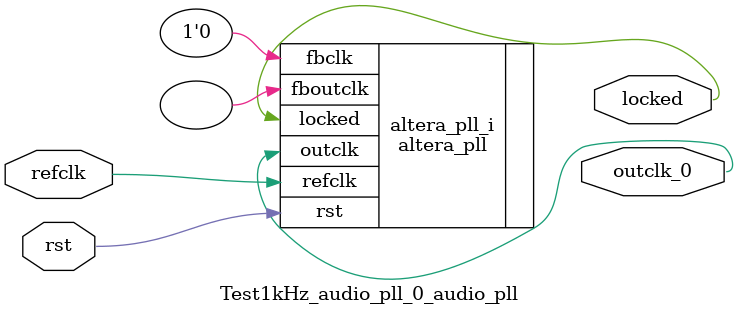
<source format=v>
`timescale 1ns/10ps
module  Test1kHz_audio_pll_0_audio_pll(

	// interface 'refclk'
	input wire refclk,

	// interface 'reset'
	input wire rst,

	// interface 'outclk0'
	output wire outclk_0,

	// interface 'locked'
	output wire locked
);

	altera_pll #(
		.fractional_vco_multiplier("false"),
		.reference_clock_frequency("50.0 MHz"),
		.operation_mode("direct"),
		.number_of_clocks(1),
		.output_clock_frequency0("12.288135 MHz"),
		.phase_shift0("0 ps"),
		.duty_cycle0(50),
		.output_clock_frequency1("0 MHz"),
		.phase_shift1("0 ps"),
		.duty_cycle1(50),
		.output_clock_frequency2("0 MHz"),
		.phase_shift2("0 ps"),
		.duty_cycle2(50),
		.output_clock_frequency3("0 MHz"),
		.phase_shift3("0 ps"),
		.duty_cycle3(50),
		.output_clock_frequency4("0 MHz"),
		.phase_shift4("0 ps"),
		.duty_cycle4(50),
		.output_clock_frequency5("0 MHz"),
		.phase_shift5("0 ps"),
		.duty_cycle5(50),
		.output_clock_frequency6("0 MHz"),
		.phase_shift6("0 ps"),
		.duty_cycle6(50),
		.output_clock_frequency7("0 MHz"),
		.phase_shift7("0 ps"),
		.duty_cycle7(50),
		.output_clock_frequency8("0 MHz"),
		.phase_shift8("0 ps"),
		.duty_cycle8(50),
		.output_clock_frequency9("0 MHz"),
		.phase_shift9("0 ps"),
		.duty_cycle9(50),
		.output_clock_frequency10("0 MHz"),
		.phase_shift10("0 ps"),
		.duty_cycle10(50),
		.output_clock_frequency11("0 MHz"),
		.phase_shift11("0 ps"),
		.duty_cycle11(50),
		.output_clock_frequency12("0 MHz"),
		.phase_shift12("0 ps"),
		.duty_cycle12(50),
		.output_clock_frequency13("0 MHz"),
		.phase_shift13("0 ps"),
		.duty_cycle13(50),
		.output_clock_frequency14("0 MHz"),
		.phase_shift14("0 ps"),
		.duty_cycle14(50),
		.output_clock_frequency15("0 MHz"),
		.phase_shift15("0 ps"),
		.duty_cycle15(50),
		.output_clock_frequency16("0 MHz"),
		.phase_shift16("0 ps"),
		.duty_cycle16(50),
		.output_clock_frequency17("0 MHz"),
		.phase_shift17("0 ps"),
		.duty_cycle17(50),
		.pll_type("General"),
		.pll_subtype("General")
	) altera_pll_i (
		.rst	(rst),
		.outclk	({outclk_0}),
		.locked	(locked),
		.fboutclk	( ),
		.fbclk	(1'b0),
		.refclk	(refclk)
	);
endmodule


</source>
